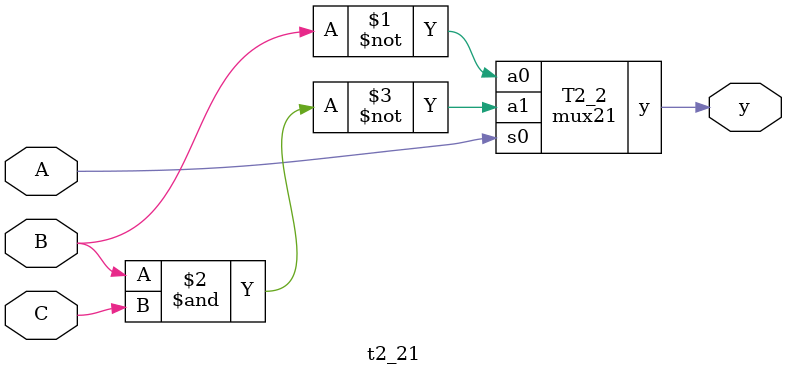
<source format=v>
module mux21(input wire a0, a1, s0, output wire y);

    assign y = s0 ? a1 : a0;

endmodule

//Módulo MUX 4:1
module mux41(input wire a0, a1, a2, a3, s1, s0, output wire y);

    wire y1, y0;
    mux21 m2_1(a0, a1, s1, y1);
    mux21 m2_2(a2, a3, s1, y0);
    mux21 m2(y1, y0, s0, y);

endmodule

//Módulo MUX 8:1
module mux81(input wire a0, a1, a2 ,a3, a4, a5, a6, a7, s0, s1, s2, output wire y);

    wire y1, y0;
    mux41 m4_1(a0, a1, a2, a3, s2, s1, y1);
    mux41 m4_2(a4, a5, a6, a7, s2, s1, y0);
    mux21 m2(y1, y0, s0, y);

endmodule

//Tabla 1 MUX 8:1 
module t1_81(input wire A, B, C, output wire y);

    wire H, L;
    assign H = 1;
    assign L = 0;
    mux81 T1_8(L, H, H, L, H, L, L, H, A, B, C, y);

endmodule

//Tabla 1 MUX 4:1
module t1_41(input wire A, B, C, output wire y);

    mux41 T1_4(C, ~C, ~C, C, A, B, y);

endmodule

//Tabla 1 MUX 2:1
module t1_21(input wire A, B, C, output wire y);

    mux21 T1_2((B^C),~(B^C), A, y);

endmodule

//Tabla 2 MUX 8:1
module t2_81(input wire A, B, C, output wire y);

    wire H, L;
    assign H = 1;
    assign L = 0;
    mux81 T2_8(H, H, L, L, L, H, H, L, A, B, C, y);

endmodule

//Tabla 2 MUX 4:1
module t2_41(input wire A, B, C, output wire y);

    wire L;
    assign L = 0;
    mux41 T2_4(~C, L, C, ~C, B, A, y);

endmodule

//Tabla 2 MUX 2:1
module t2_21(input wire A, B, C, output wire y);

    mux21 T2_2(~B, ~(B & C), A, y);

endmodule


</source>
